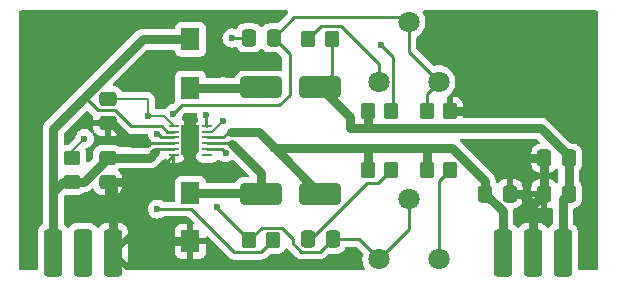
<source format=gtl>
%TF.GenerationSoftware,KiCad,Pcbnew,8.0.4*%
%TF.CreationDate,2025-01-04T18:22:50+00:00*%
%TF.ProjectId,r1283_power,72313238-335f-4706-9f77-65722e6b6963,rev?*%
%TF.SameCoordinates,Original*%
%TF.FileFunction,Copper,L1,Top*%
%TF.FilePolarity,Positive*%
%FSLAX46Y46*%
G04 Gerber Fmt 4.6, Leading zero omitted, Abs format (unit mm)*
G04 Created by KiCad (PCBNEW 8.0.4) date 2025-01-04 18:22:50*
%MOMM*%
%LPD*%
G01*
G04 APERTURE LIST*
G04 Aperture macros list*
%AMRoundRect*
0 Rectangle with rounded corners*
0 $1 Rounding radius*
0 $2 $3 $4 $5 $6 $7 $8 $9 X,Y pos of 4 corners*
0 Add a 4 corners polygon primitive as box body*
4,1,4,$2,$3,$4,$5,$6,$7,$8,$9,$2,$3,0*
0 Add four circle primitives for the rounded corners*
1,1,$1+$1,$2,$3*
1,1,$1+$1,$4,$5*
1,1,$1+$1,$6,$7*
1,1,$1+$1,$8,$9*
0 Add four rect primitives between the rounded corners*
20,1,$1+$1,$2,$3,$4,$5,0*
20,1,$1+$1,$4,$5,$6,$7,0*
20,1,$1+$1,$6,$7,$8,$9,0*
20,1,$1+$1,$8,$9,$2,$3,0*%
%AMOutline5P*
0 Free polygon, 5 corners , with rotation*
0 The origin of the aperture is its center*
0 number of corners: always 5*
0 $1 to $10 corner X, Y*
0 $11 Rotation angle, in degrees counterclockwise*
0 create outline with 5 corners*
4,1,5,$1,$2,$3,$4,$5,$6,$7,$8,$9,$10,$1,$2,$11*%
%AMOutline6P*
0 Free polygon, 6 corners , with rotation*
0 The origin of the aperture is its center*
0 number of corners: always 6*
0 $1 to $12 corner X, Y*
0 $13 Rotation angle, in degrees counterclockwise*
0 create outline with 6 corners*
4,1,6,$1,$2,$3,$4,$5,$6,$7,$8,$9,$10,$11,$12,$1,$2,$13*%
%AMOutline7P*
0 Free polygon, 7 corners , with rotation*
0 The origin of the aperture is its center*
0 number of corners: always 7*
0 $1 to $14 corner X, Y*
0 $15 Rotation angle, in degrees counterclockwise*
0 create outline with 7 corners*
4,1,7,$1,$2,$3,$4,$5,$6,$7,$8,$9,$10,$11,$12,$13,$14,$1,$2,$15*%
%AMOutline8P*
0 Free polygon, 8 corners , with rotation*
0 The origin of the aperture is its center*
0 number of corners: always 8*
0 $1 to $16 corner X, Y*
0 $17 Rotation angle, in degrees counterclockwise*
0 create outline with 8 corners*
4,1,8,$1,$2,$3,$4,$5,$6,$7,$8,$9,$10,$11,$12,$13,$14,$15,$16,$1,$2,$17*%
G04 Aperture macros list end*
%TA.AperFunction,HeatsinkPad*%
%ADD10Outline5P,-0.800000X0.930000X-0.480000X1.250000X0.800000X1.250000X0.800000X-1.250000X-0.800000X-1.250000X180.000000*%
%TD*%
%TA.AperFunction,SMDPad,CuDef*%
%ADD11RoundRect,0.062500X0.362500X0.062500X-0.362500X0.062500X-0.362500X-0.062500X0.362500X-0.062500X0*%
%TD*%
%TA.AperFunction,SMDPad,CuDef*%
%ADD12RoundRect,0.250000X1.500000X0.650000X-1.500000X0.650000X-1.500000X-0.650000X1.500000X-0.650000X0*%
%TD*%
%TA.AperFunction,SMDPad,CuDef*%
%ADD13RoundRect,0.250000X-0.350000X-0.450000X0.350000X-0.450000X0.350000X0.450000X-0.350000X0.450000X0*%
%TD*%
%TA.AperFunction,ComponentPad*%
%ADD14C,1.800000*%
%TD*%
%TA.AperFunction,SMDPad,CuDef*%
%ADD15RoundRect,0.250000X-0.475000X0.337500X-0.475000X-0.337500X0.475000X-0.337500X0.475000X0.337500X0*%
%TD*%
%TA.AperFunction,SMDPad,CuDef*%
%ADD16RoundRect,0.250000X0.350000X0.450000X-0.350000X0.450000X-0.350000X-0.450000X0.350000X-0.450000X0*%
%TD*%
%TA.AperFunction,SMDPad,CuDef*%
%ADD17RoundRect,0.250000X-1.500000X-0.650000X1.500000X-0.650000X1.500000X0.650000X-1.500000X0.650000X0*%
%TD*%
%TA.AperFunction,SMDPad,CuDef*%
%ADD18RoundRect,0.250000X0.450000X-0.350000X0.450000X0.350000X-0.450000X0.350000X-0.450000X-0.350000X0*%
%TD*%
%TA.AperFunction,SMDPad,CuDef*%
%ADD19R,1.600000X1.900000*%
%TD*%
%TA.AperFunction,SMDPad,CuDef*%
%ADD20RoundRect,0.250000X-0.337500X-0.475000X0.337500X-0.475000X0.337500X0.475000X-0.337500X0.475000X0*%
%TD*%
%TA.AperFunction,SMDPad,CuDef*%
%ADD21RoundRect,0.250000X0.337500X0.475000X-0.337500X0.475000X-0.337500X-0.475000X0.337500X-0.475000X0*%
%TD*%
%TA.AperFunction,ComponentPad*%
%ADD22RoundRect,0.250000X-0.500000X-1.750000X0.500000X-1.750000X0.500000X1.750000X-0.500000X1.750000X0*%
%TD*%
%TA.AperFunction,ComponentPad*%
%ADD23RoundRect,0.250000X0.500000X1.750000X-0.500000X1.750000X-0.500000X-1.750000X0.500000X-1.750000X0*%
%TD*%
%TA.AperFunction,ViaPad*%
%ADD24C,0.600000*%
%TD*%
%TA.AperFunction,Conductor*%
%ADD25C,0.750000*%
%TD*%
%TA.AperFunction,Conductor*%
%ADD26C,0.250000*%
%TD*%
%TA.AperFunction,Conductor*%
%ADD27C,0.200000*%
%TD*%
G04 APERTURE END LIST*
D10*
%TO.P,U1,EP,GND*%
%TO.N,GND1*%
X65000000Y-61500000D03*
D11*
%TO.P,U1,12,PGND*%
X63575000Y-62750000D03*
%TO.P,U1,11,PVcc*%
%TO.N,+5V*%
X63575000Y-62250000D03*
%TO.P,U1,10,GND*%
%TO.N,GND1*%
X63575000Y-61750000D03*
%TO.P,U1,9,Vfb1*%
%TO.N,Net-(U1-Vfb1)*%
X63575000Y-61250000D03*
%TO.P,U1,8,Vcc*%
%TO.N,+5V*%
X63575000Y-60750000D03*
%TO.P,U1,7,Vref*%
%TO.N,Net-(U1-Vref)*%
X63575000Y-60250000D03*
%TO.P,U1,6,Vfb2*%
%TO.N,Net-(U1-Vfb2)*%
X66425000Y-60250000D03*
%TO.P,U1,5,CE*%
%TO.N,/ENABLE*%
X66425000Y-60750000D03*
%TO.P,U1,4,VOutN*%
%TO.N,/VOUT_NEG*%
X66425000Y-61250000D03*
%TO.P,U1,3,Lx2*%
%TO.N,/Lx2*%
X66425000Y-61750000D03*
%TO.P,U1,2,Lx1*%
%TO.N,/Lx1*%
X66425000Y-62250000D03*
%TO.P,U1,1,NC*%
%TO.N,unconnected-(U1-NC-Pad1)*%
X66425000Y-62750000D03*
%TD*%
D12*
%TO.P,D1,2,A*%
%TO.N,/Lx1*%
X71000000Y-57000000D03*
%TO.P,D1,1,K*%
%TO.N,/VOUT_POS*%
X76000000Y-57000000D03*
%TD*%
D13*
%TO.P,R5,2*%
%TO.N,Net-(R5-Pad2)*%
X87000000Y-64000000D03*
%TO.P,R5,1*%
%TO.N,/VOUT_NEG*%
X85000000Y-64000000D03*
%TD*%
D14*
%TO.P,RV1,3,3*%
%TO.N,Net-(U1-Vfb1)*%
X86040000Y-56540000D03*
%TO.P,RV1,2,2*%
X83500000Y-51460000D03*
%TO.P,RV1,1,1*%
%TO.N,Net-(R1-Pad2)*%
X80960000Y-56540000D03*
%TD*%
D15*
%TO.P,C1,2*%
%TO.N,GND1*%
X58000000Y-65037500D03*
%TO.P,C1,1*%
%TO.N,+5V*%
X58000000Y-62962500D03*
%TD*%
D16*
%TO.P,R1,2*%
%TO.N,Net-(R1-Pad2)*%
X75000000Y-52900000D03*
%TO.P,R1,1*%
%TO.N,/VOUT_POS*%
X77000000Y-52900000D03*
%TD*%
D17*
%TO.P,D2,2,A*%
%TO.N,/VOUT_NEG*%
X76000000Y-66000000D03*
%TO.P,D2,1,K*%
%TO.N,/Lx2*%
X71000000Y-66000000D03*
%TD*%
D18*
%TO.P,R3,2*%
%TO.N,/ENABLE*%
X55000000Y-63000000D03*
%TO.P,R3,1*%
%TO.N,+5V*%
X55000000Y-65000000D03*
%TD*%
D19*
%TO.P,L2,2,2*%
%TO.N,GND1*%
X65000000Y-70050000D03*
%TO.P,L2,1,1*%
%TO.N,/Lx2*%
X65000000Y-65950000D03*
%TD*%
D13*
%TO.P,R4,2*%
%TO.N,GND1*%
X87000000Y-59000000D03*
%TO.P,R4,1*%
%TO.N,Net-(U1-Vfb1)*%
X85000000Y-59000000D03*
%TD*%
%TO.P,R7,2*%
%TO.N,Net-(U1-Vref)*%
X72000000Y-69940000D03*
%TO.P,R7,1*%
%TO.N,Net-(U1-Vfb2)*%
X70000000Y-69940000D03*
%TD*%
%TO.P,R6,2*%
%TO.N,Net-(C6-Pad1)*%
X82000000Y-64000000D03*
%TO.P,R6,1*%
%TO.N,/VOUT_NEG*%
X80000000Y-64000000D03*
%TD*%
D19*
%TO.P,L1,2,2*%
%TO.N,/Lx1*%
X65000000Y-57050000D03*
%TO.P,L1,1,1*%
%TO.N,+5V*%
X65000000Y-52950000D03*
%TD*%
D15*
%TO.P,C7,2*%
%TO.N,GND1*%
X58000000Y-60037500D03*
%TO.P,C7,1*%
%TO.N,Net-(U1-Vref)*%
X58000000Y-57962500D03*
%TD*%
D20*
%TO.P,C5,2*%
%TO.N,GND1*%
X92037500Y-66000000D03*
%TO.P,C5,1*%
%TO.N,/VOUT_NEG*%
X89962500Y-66000000D03*
%TD*%
%TO.P,C4,2*%
%TO.N,Net-(U1-Vfb1)*%
X72037500Y-52820000D03*
%TO.P,C4,1*%
%TO.N,Net-(C4-Pad1)*%
X69962500Y-52820000D03*
%TD*%
D14*
%TO.P,RV2,3,3*%
%TO.N,Net-(R5-Pad2)*%
X86040000Y-71540000D03*
%TO.P,RV2,2,2*%
%TO.N,Net-(U1-Vfb2)*%
X83500000Y-66460000D03*
%TO.P,RV2,1,1*%
X80960000Y-71540000D03*
%TD*%
D21*
%TO.P,C3,2*%
%TO.N,GND1*%
X94962500Y-66000000D03*
%TO.P,C3,1*%
%TO.N,/VOUT_POS*%
X97037500Y-66000000D03*
%TD*%
D13*
%TO.P,R2,2*%
%TO.N,Net-(C4-Pad1)*%
X82000000Y-59000000D03*
%TO.P,R2,1*%
%TO.N,/VOUT_POS*%
X80000000Y-59000000D03*
%TD*%
D21*
%TO.P,C2,2*%
%TO.N,GND1*%
X94962500Y-63000000D03*
%TO.P,C2,1*%
%TO.N,/VOUT_POS*%
X97037500Y-63000000D03*
%TD*%
D20*
%TO.P,C6,2*%
%TO.N,Net-(U1-Vfb2)*%
X77037500Y-69860000D03*
%TO.P,C6,1*%
%TO.N,Net-(C6-Pad1)*%
X74962500Y-69860000D03*
%TD*%
D22*
%TO.P,J7,3,Pin_3*%
%TO.N,GND1*%
X58440000Y-71000000D03*
%TO.P,J7,2,Pin_2*%
%TO.N,/ENABLE*%
X55900000Y-71000000D03*
%TO.P,J7,1,Pin_1*%
%TO.N,+5V*%
X53360000Y-71000000D03*
%TD*%
D23*
%TO.P,J6,3,Pin_3*%
%TO.N,/VOUT_NEG*%
X91460000Y-71000000D03*
%TO.P,J6,2,Pin_2*%
%TO.N,GND1*%
X94000000Y-71000000D03*
%TO.P,J6,1,Pin_1*%
%TO.N,/VOUT_POS*%
X96540000Y-71000000D03*
%TD*%
D24*
%TO.N,Net-(C4-Pad1)*%
X81130000Y-53420000D03*
X68520000Y-52830000D03*
%TO.N,Net-(U1-Vfb1)*%
X62210000Y-60980000D03*
X63570000Y-59230000D03*
%TO.N,Net-(U1-Vfb2)*%
X66350735Y-59359265D03*
X67270000Y-67150000D03*
%TO.N,Net-(U1-Vref)*%
X61400000Y-59460000D03*
X62200000Y-67310000D03*
%TO.N,/Lx1*%
X67770000Y-57030000D03*
X67980000Y-62530000D03*
%TO.N,/ENABLE*%
X56030000Y-61360000D03*
X67720000Y-59880000D03*
%TO.N,GND1*%
X96840000Y-57370000D03*
X89560000Y-62240000D03*
X55850000Y-54460000D03*
X52490000Y-57160000D03*
X60057500Y-65037500D03*
X89540000Y-58990000D03*
X59600000Y-61320000D03*
X93250000Y-54440000D03*
%TD*%
D25*
%TO.N,+5V*%
X61557500Y-62962500D02*
X58000000Y-62962500D01*
X55000000Y-65000000D02*
X54240000Y-65000000D01*
X53390000Y-70970000D02*
X53360000Y-71000000D01*
D26*
X58590810Y-58925000D02*
X57155000Y-58925000D01*
D25*
X62030000Y-62490000D02*
X61557500Y-62962500D01*
X60955636Y-52950000D02*
X65000000Y-52950000D01*
X53390000Y-65850000D02*
X53390000Y-70970000D01*
D26*
X63575000Y-62250000D02*
X62270000Y-62250000D01*
D25*
X55962500Y-65000000D02*
X58000000Y-62962500D01*
X55000000Y-65000000D02*
X55962500Y-65000000D01*
X53390000Y-60515636D02*
X53390000Y-65850000D01*
X54240000Y-65000000D02*
X53390000Y-65850000D01*
X56067818Y-57837818D02*
X53390000Y-60515636D01*
D26*
X63575000Y-60750000D02*
X63029548Y-60750000D01*
X62270000Y-62250000D02*
X62030000Y-62490000D01*
X63029548Y-60750000D02*
X62569548Y-60290000D01*
X59955810Y-60290000D02*
X58590810Y-58925000D01*
D25*
X56067818Y-57837818D02*
X60955636Y-52950000D01*
D26*
X57155000Y-58925000D02*
X56067818Y-57837818D01*
X62569548Y-60290000D02*
X59955810Y-60290000D01*
D25*
%TO.N,/VOUT_POS*%
X78550000Y-60470000D02*
X80010000Y-60470000D01*
X97040000Y-62842500D02*
X97037500Y-62840000D01*
X80000000Y-60460000D02*
X80010000Y-60470000D01*
X78520000Y-60440000D02*
X78550000Y-60470000D01*
D26*
X77000000Y-56000000D02*
X76000000Y-57000000D01*
D25*
X94667500Y-60470000D02*
X97037500Y-62840000D01*
X80000000Y-59000000D02*
X80000000Y-60460000D01*
X76000000Y-57000000D02*
X78520000Y-59520000D01*
X80010000Y-60470000D02*
X94667500Y-60470000D01*
D26*
X77000000Y-52900000D02*
X77000000Y-56000000D01*
D25*
X96540000Y-71000000D02*
X96540000Y-66497500D01*
X97037500Y-63000000D02*
X97037500Y-62840000D01*
X78520000Y-59520000D02*
X78520000Y-60440000D01*
X97037500Y-66000000D02*
X97037500Y-63000000D01*
X96540000Y-66497500D02*
X97037500Y-66000000D01*
D26*
%TO.N,Net-(C4-Pad1)*%
X68530000Y-52820000D02*
X68520000Y-52830000D01*
X69962500Y-52820000D02*
X68530000Y-52820000D01*
X68510000Y-52820000D02*
X68490000Y-52820000D01*
X82000000Y-59000000D02*
X82185000Y-58815000D01*
X68520000Y-52830000D02*
X68510000Y-52820000D01*
X82185000Y-58815000D02*
X82185000Y-54475000D01*
X82185000Y-54475000D02*
X81130000Y-53420000D01*
%TO.N,Net-(U1-Vfb1)*%
X72520810Y-58520000D02*
X73420000Y-57620810D01*
X62210000Y-60970000D02*
X62250000Y-61010000D01*
X63575000Y-61250000D02*
X62530000Y-61250000D01*
X63570000Y-59230000D02*
X64280000Y-58520000D01*
X83500000Y-54000000D02*
X83500000Y-51460000D01*
X83100000Y-51060000D02*
X73797500Y-51060000D01*
X62210000Y-60980000D02*
X62210000Y-60970000D01*
X73420000Y-57620810D02*
X73420000Y-54202500D01*
X73420000Y-54202500D02*
X72037500Y-52820000D01*
X73797500Y-51060000D02*
X72037500Y-52820000D01*
X85000000Y-57580000D02*
X86040000Y-56540000D01*
X83500000Y-51460000D02*
X83100000Y-51060000D01*
X62490000Y-61250000D02*
X62220000Y-60980000D01*
X86040000Y-56540000D02*
X83500000Y-54000000D01*
X85000000Y-59000000D02*
X85000000Y-57580000D01*
X64280000Y-58520000D02*
X72520810Y-58520000D01*
X62530000Y-61250000D02*
X62490000Y-61250000D01*
X62220000Y-60980000D02*
X62210000Y-60980000D01*
D25*
%TO.N,/VOUT_NEG*%
X91460000Y-67497500D02*
X89962500Y-66000000D01*
X70790000Y-60790000D02*
X68468148Y-60790000D01*
X79980000Y-62105000D02*
X84880000Y-62105000D01*
X85000000Y-64000000D02*
X85000000Y-62225000D01*
X76000000Y-66000000D02*
X71875000Y-61875000D01*
X80000000Y-62125000D02*
X79980000Y-62105000D01*
D26*
X66425000Y-61250000D02*
X67780000Y-61250000D01*
D25*
X89962500Y-64918136D02*
X89962500Y-66000000D01*
D26*
X67780000Y-61250000D02*
X68240000Y-60790000D01*
D25*
X71875000Y-61875000D02*
X70790000Y-60790000D01*
X80000000Y-64000000D02*
X80000000Y-62125000D01*
X71875000Y-61875000D02*
X72105000Y-62105000D01*
X85000000Y-62225000D02*
X84880000Y-62105000D01*
X84880000Y-62105000D02*
X87149364Y-62105000D01*
X91460000Y-71000000D02*
X91460000Y-67497500D01*
X87149364Y-62105000D02*
X89962500Y-64918136D01*
X72105000Y-62105000D02*
X79980000Y-62105000D01*
D26*
%TO.N,Net-(U1-Vfb2)*%
X73670000Y-70200100D02*
X73670000Y-69860000D01*
X73670000Y-69860000D02*
X72720000Y-68910000D01*
X71030000Y-68910000D02*
X70000000Y-69940000D01*
X83500000Y-66460000D02*
X83500000Y-69000000D01*
X67270000Y-67210000D02*
X70000000Y-69940000D01*
X67270000Y-67150000D02*
X67270000Y-67210000D01*
X83500000Y-69000000D02*
X80960000Y-71540000D01*
X66350735Y-59359265D02*
X66350735Y-60175735D01*
X66350735Y-60175735D02*
X66425000Y-60250000D01*
X77037500Y-69860000D02*
X79280000Y-69860000D01*
X75987500Y-70910000D02*
X74379900Y-70910000D01*
X72720000Y-68910000D02*
X71030000Y-68910000D01*
X74379900Y-70910000D02*
X73670000Y-70200100D01*
X79280000Y-69860000D02*
X80960000Y-71540000D01*
X77037500Y-69860000D02*
X75987500Y-70910000D01*
%TO.N,Net-(C6-Pad1)*%
X79965810Y-65075000D02*
X80925000Y-65075000D01*
X80925000Y-65075000D02*
X82000000Y-64000000D01*
X75180810Y-69860000D02*
X79965810Y-65075000D01*
X74962500Y-69860000D02*
X75180810Y-69860000D01*
%TO.N,Net-(U1-Vref)*%
X68721116Y-70965000D02*
X70975000Y-70965000D01*
X62200000Y-67310000D02*
X65066116Y-67310000D01*
D27*
X58000000Y-57962500D02*
X61287500Y-57962500D01*
D26*
X65066116Y-67310000D02*
X68721116Y-70965000D01*
D27*
X62795000Y-59470000D02*
X63575000Y-60250000D01*
X61400000Y-58075000D02*
X61400000Y-59460000D01*
D26*
X70975000Y-70965000D02*
X72000000Y-69940000D01*
D27*
X61287500Y-57962500D02*
X61400000Y-58075000D01*
X61400000Y-59460000D02*
X61400000Y-59470000D01*
X61400000Y-59470000D02*
X62795000Y-59470000D01*
D26*
%TO.N,/Lx1*%
X66425000Y-62250000D02*
X67700000Y-62250000D01*
D25*
X67750000Y-57050000D02*
X67770000Y-57030000D01*
X67790000Y-57050000D02*
X70950000Y-57050000D01*
X70950000Y-57050000D02*
X71000000Y-57000000D01*
X65000000Y-57050000D02*
X67750000Y-57050000D01*
D26*
X67700000Y-62250000D02*
X67980000Y-62530000D01*
D25*
X67770000Y-57030000D02*
X67790000Y-57050000D01*
%TO.N,/Lx2*%
X71000000Y-64241852D02*
X68559074Y-61800926D01*
X65000000Y-65950000D02*
X70950000Y-65950000D01*
D26*
X68490000Y-61750000D02*
X68550000Y-61810000D01*
D25*
X71000000Y-66000000D02*
X71000000Y-64241852D01*
D26*
X66425000Y-61750000D02*
X68490000Y-61750000D01*
D25*
X70950000Y-65950000D02*
X71000000Y-66000000D01*
D27*
%TO.N,/ENABLE*%
X67720000Y-59894386D02*
X66864386Y-60750000D01*
X66864386Y-60750000D02*
X66425000Y-60750000D01*
X55000000Y-62390000D02*
X56030000Y-61360000D01*
X55000000Y-63000000D02*
X55000000Y-62390000D01*
X67720000Y-59880000D02*
X67720000Y-59894386D01*
D26*
%TO.N,Net-(R1-Pad2)*%
X77715000Y-51825000D02*
X80960000Y-55070000D01*
X75000000Y-52900000D02*
X76075000Y-51825000D01*
X76075000Y-51825000D02*
X77715000Y-51825000D01*
X80960000Y-55070000D02*
X80960000Y-56540000D01*
%TO.N,Net-(R5-Pad2)*%
X86040000Y-64960000D02*
X87000000Y-64000000D01*
X86040000Y-71540000D02*
X86040000Y-64960000D01*
%TO.N,GND1*%
X63575000Y-62750000D02*
X62890000Y-63435000D01*
D25*
X59600000Y-61310000D02*
X59600000Y-61320000D01*
X93037500Y-66000000D02*
X94000000Y-66962500D01*
X58440000Y-66960000D02*
X58440000Y-65477500D01*
D26*
X62350660Y-61750000D02*
X62340660Y-61740000D01*
D25*
X94962500Y-66000000D02*
X94962500Y-63000000D01*
X94962500Y-63000000D02*
X90320000Y-63000000D01*
X58000000Y-60037500D02*
X58327500Y-60037500D01*
X58440000Y-70900000D02*
X58440000Y-66960000D01*
X58540000Y-71000000D02*
X58440000Y-70900000D01*
X94000000Y-71000000D02*
X94000000Y-66962500D01*
X90320000Y-63000000D02*
X89560000Y-62240000D01*
D26*
X63575000Y-61750000D02*
X62350660Y-61750000D01*
D25*
X59600000Y-61320000D02*
X59610000Y-61320000D01*
X92037500Y-66000000D02*
X93037500Y-66000000D01*
X59610000Y-61320000D02*
X60030000Y-61740000D01*
X65000000Y-70050000D02*
X61730000Y-70050000D01*
D26*
X62340660Y-61740000D02*
X61330000Y-61740000D01*
D25*
X60462500Y-65037500D02*
X61287500Y-65037500D01*
X87000000Y-59000000D02*
X89530000Y-59000000D01*
X61730000Y-70050000D02*
X59250000Y-67570000D01*
X58327500Y-60037500D02*
X59600000Y-61310000D01*
X89530000Y-59000000D02*
X89540000Y-58990000D01*
X58440000Y-65477500D02*
X58000000Y-65037500D01*
X59250000Y-67570000D02*
X58440000Y-67570000D01*
X94000000Y-66962500D02*
X94962500Y-66000000D01*
X60057500Y-65037500D02*
X58000000Y-65037500D01*
X60030000Y-61740000D02*
X61330000Y-61740000D01*
X60057500Y-65037500D02*
X60457500Y-65037500D01*
X61287500Y-65037500D02*
X62890000Y-63435000D01*
%TD*%
%TA.AperFunction,Conductor*%
%TO.N,GND1*%
G36*
X73240086Y-50520185D02*
G01*
X73285841Y-50572989D01*
X73295785Y-50642147D01*
X73266760Y-50705703D01*
X73260728Y-50712181D01*
X72414727Y-51558181D01*
X72353404Y-51591666D01*
X72327046Y-51594500D01*
X71649998Y-51594500D01*
X71649980Y-51594501D01*
X71547203Y-51605000D01*
X71547200Y-51605001D01*
X71380668Y-51660185D01*
X71380663Y-51660187D01*
X71231342Y-51752289D01*
X71107285Y-51876346D01*
X71105537Y-51879182D01*
X71103829Y-51880717D01*
X71102807Y-51882011D01*
X71102585Y-51881836D01*
X71053589Y-51925905D01*
X70984626Y-51937126D01*
X70920544Y-51909282D01*
X70894463Y-51879182D01*
X70892714Y-51876346D01*
X70768657Y-51752289D01*
X70768656Y-51752288D01*
X70619334Y-51660186D01*
X70452797Y-51605001D01*
X70452795Y-51605000D01*
X70350010Y-51594500D01*
X69574998Y-51594500D01*
X69574980Y-51594501D01*
X69472203Y-51605000D01*
X69472200Y-51605001D01*
X69305668Y-51660185D01*
X69305663Y-51660187D01*
X69156342Y-51752289D01*
X69032288Y-51876343D01*
X69032285Y-51876347D01*
X68940151Y-52025720D01*
X68888203Y-52072445D01*
X68819241Y-52083666D01*
X68793658Y-52077665D01*
X68699254Y-52044631D01*
X68699249Y-52044630D01*
X68520004Y-52024435D01*
X68519996Y-52024435D01*
X68340750Y-52044630D01*
X68340745Y-52044631D01*
X68170476Y-52104211D01*
X68017737Y-52200184D01*
X67890184Y-52327737D01*
X67794211Y-52480476D01*
X67734631Y-52650745D01*
X67734630Y-52650750D01*
X67714435Y-52829996D01*
X67714435Y-52830003D01*
X67734630Y-53009249D01*
X67734631Y-53009254D01*
X67794211Y-53179523D01*
X67862260Y-53287821D01*
X67890184Y-53332262D01*
X68017738Y-53459816D01*
X68170478Y-53555789D01*
X68236194Y-53578784D01*
X68340745Y-53615368D01*
X68340750Y-53615369D01*
X68519996Y-53635565D01*
X68520000Y-53635565D01*
X68520004Y-53635565D01*
X68699249Y-53615369D01*
X68699251Y-53615368D01*
X68699255Y-53615368D01*
X68803806Y-53578783D01*
X68873582Y-53575221D01*
X68934209Y-53609949D01*
X68950297Y-53630726D01*
X69032288Y-53763656D01*
X69156344Y-53887712D01*
X69305666Y-53979814D01*
X69472203Y-54034999D01*
X69574991Y-54045500D01*
X70350008Y-54045499D01*
X70350016Y-54045498D01*
X70350019Y-54045498D01*
X70406302Y-54039748D01*
X70452797Y-54034999D01*
X70619334Y-53979814D01*
X70768656Y-53887712D01*
X70892712Y-53763656D01*
X70894461Y-53760819D01*
X70896169Y-53759283D01*
X70897193Y-53757989D01*
X70897414Y-53758163D01*
X70946406Y-53714096D01*
X71015368Y-53702872D01*
X71079451Y-53730713D01*
X71105537Y-53760817D01*
X71107288Y-53763656D01*
X71231344Y-53887712D01*
X71380666Y-53979814D01*
X71547203Y-54034999D01*
X71649991Y-54045500D01*
X72327047Y-54045499D01*
X72394086Y-54065183D01*
X72414728Y-54081818D01*
X72758181Y-54425271D01*
X72791666Y-54486594D01*
X72794500Y-54512952D01*
X72794500Y-55487164D01*
X72774815Y-55554203D01*
X72722011Y-55599958D01*
X72657897Y-55610522D01*
X72550010Y-55599500D01*
X69449998Y-55599500D01*
X69449981Y-55599501D01*
X69347203Y-55610000D01*
X69347200Y-55610001D01*
X69180668Y-55665185D01*
X69180663Y-55665187D01*
X69031342Y-55757289D01*
X68907289Y-55881342D01*
X68815187Y-56030663D01*
X68815186Y-56030666D01*
X68797613Y-56083700D01*
X68795689Y-56089505D01*
X68755916Y-56146949D01*
X68691400Y-56173772D01*
X68677983Y-56174500D01*
X67968987Y-56174500D01*
X67944796Y-56172117D01*
X67890722Y-56161361D01*
X67856230Y-56154500D01*
X67856229Y-56154500D01*
X67683771Y-56154500D01*
X67683770Y-56154500D01*
X67649278Y-56161361D01*
X67595203Y-56172117D01*
X67571013Y-56174500D01*
X66424499Y-56174500D01*
X66357460Y-56154815D01*
X66311705Y-56102011D01*
X66301562Y-56055388D01*
X66300900Y-56055423D01*
X66300854Y-56055429D01*
X66300853Y-56055426D01*
X66300676Y-56055436D01*
X66300499Y-56052135D01*
X66300499Y-56052128D01*
X66294091Y-55992517D01*
X66252625Y-55881342D01*
X66243797Y-55857671D01*
X66243793Y-55857664D01*
X66157547Y-55742455D01*
X66157544Y-55742452D01*
X66042335Y-55656206D01*
X66042328Y-55656202D01*
X65907482Y-55605908D01*
X65907483Y-55605908D01*
X65847883Y-55599501D01*
X65847881Y-55599500D01*
X65847873Y-55599500D01*
X65847864Y-55599500D01*
X64152129Y-55599500D01*
X64152123Y-55599501D01*
X64092516Y-55605908D01*
X63957671Y-55656202D01*
X63957664Y-55656206D01*
X63842455Y-55742452D01*
X63842452Y-55742455D01*
X63756206Y-55857664D01*
X63756202Y-55857671D01*
X63705908Y-55992517D01*
X63701807Y-56030666D01*
X63699501Y-56052123D01*
X63699500Y-56052135D01*
X63699500Y-58047870D01*
X63699501Y-58047876D01*
X63705909Y-58107487D01*
X63707692Y-58115031D01*
X63706363Y-58115344D01*
X63710755Y-58176824D01*
X63677272Y-58238135D01*
X63511620Y-58403787D01*
X63450297Y-58437272D01*
X63437825Y-58439326D01*
X63390750Y-58444630D01*
X63220478Y-58504210D01*
X63067737Y-58600184D01*
X62940184Y-58727737D01*
X62887571Y-58811471D01*
X62835236Y-58857762D01*
X62782577Y-58869499D01*
X62708347Y-58869499D01*
X62708331Y-58869500D01*
X62124500Y-58869500D01*
X62057461Y-58849815D01*
X62011706Y-58797011D01*
X62000500Y-58745500D01*
X62000500Y-58164059D01*
X62000501Y-58164046D01*
X62000501Y-57995945D01*
X62000501Y-57995943D01*
X61959577Y-57843215D01*
X61920892Y-57776211D01*
X61880520Y-57706284D01*
X61768716Y-57594480D01*
X61768715Y-57594479D01*
X61764385Y-57590149D01*
X61764385Y-57590148D01*
X61764380Y-57590144D01*
X61656217Y-57481981D01*
X61656209Y-57481975D01*
X61560351Y-57426632D01*
X61560349Y-57426631D01*
X61519290Y-57402925D01*
X61519289Y-57402924D01*
X61499252Y-57397555D01*
X61366557Y-57361999D01*
X61208443Y-57361999D01*
X61200847Y-57361999D01*
X61200831Y-57362000D01*
X59263768Y-57362000D01*
X59196729Y-57342315D01*
X59158229Y-57303097D01*
X59146275Y-57283716D01*
X59067712Y-57156344D01*
X58943656Y-57032288D01*
X58794334Y-56940186D01*
X58627797Y-56885001D01*
X58627794Y-56885000D01*
X58552579Y-56877316D01*
X58487887Y-56850919D01*
X58447736Y-56793738D01*
X58444873Y-56723927D01*
X58477499Y-56666279D01*
X61281961Y-53861819D01*
X61343284Y-53828334D01*
X61369642Y-53825500D01*
X63575501Y-53825500D01*
X63642540Y-53845185D01*
X63688295Y-53897989D01*
X63698437Y-53944611D01*
X63699099Y-53944576D01*
X63699146Y-53944571D01*
X63699146Y-53944573D01*
X63699324Y-53944564D01*
X63699501Y-53947876D01*
X63705908Y-54007483D01*
X63756202Y-54142328D01*
X63756206Y-54142335D01*
X63842452Y-54257544D01*
X63842455Y-54257547D01*
X63957664Y-54343793D01*
X63957671Y-54343797D01*
X64092517Y-54394091D01*
X64092516Y-54394091D01*
X64099444Y-54394835D01*
X64152127Y-54400500D01*
X65847872Y-54400499D01*
X65907483Y-54394091D01*
X66042331Y-54343796D01*
X66157546Y-54257546D01*
X66243796Y-54142331D01*
X66294091Y-54007483D01*
X66300500Y-53947873D01*
X66300499Y-51952128D01*
X66294091Y-51892517D01*
X66290107Y-51881836D01*
X66243797Y-51757671D01*
X66243793Y-51757664D01*
X66157547Y-51642455D01*
X66157544Y-51642452D01*
X66042335Y-51556206D01*
X66042328Y-51556202D01*
X65907482Y-51505908D01*
X65907483Y-51505908D01*
X65847883Y-51499501D01*
X65847881Y-51499500D01*
X65847873Y-51499500D01*
X65847864Y-51499500D01*
X64152129Y-51499500D01*
X64152123Y-51499501D01*
X64092516Y-51505908D01*
X63957671Y-51556202D01*
X63957664Y-51556206D01*
X63842455Y-51642452D01*
X63842452Y-51642455D01*
X63756206Y-51757664D01*
X63756202Y-51757671D01*
X63705908Y-51892517D01*
X63699501Y-51952116D01*
X63699501Y-51952123D01*
X63699322Y-51955452D01*
X63698065Y-51955384D01*
X63679815Y-52017539D01*
X63627011Y-52063294D01*
X63575500Y-52074500D01*
X60869407Y-52074500D01*
X60835761Y-52081192D01*
X60835760Y-52081191D01*
X60700270Y-52108142D01*
X60700262Y-52108144D01*
X60645891Y-52130666D01*
X60540933Y-52174140D01*
X60540925Y-52174145D01*
X60466713Y-52223733D01*
X60466712Y-52223733D01*
X60397541Y-52269951D01*
X60397533Y-52269957D01*
X56674976Y-55992516D01*
X55509719Y-57157773D01*
X52831901Y-59835591D01*
X52787492Y-59880000D01*
X52709953Y-59957538D01*
X52614145Y-60100924D01*
X52614138Y-60100937D01*
X52548146Y-60260257D01*
X52548143Y-60260269D01*
X52514500Y-60429402D01*
X52514500Y-68512117D01*
X52494815Y-68579156D01*
X52455598Y-68617655D01*
X52391344Y-68657287D01*
X52267289Y-68781342D01*
X52175187Y-68930663D01*
X52175185Y-68930668D01*
X52166918Y-68955616D01*
X52120001Y-69097203D01*
X52120001Y-69097204D01*
X52120000Y-69097204D01*
X52109500Y-69199983D01*
X52109500Y-69199991D01*
X52109500Y-70999999D01*
X52109501Y-72376000D01*
X52089816Y-72443039D01*
X52037012Y-72488794D01*
X51985501Y-72500000D01*
X50624500Y-72500000D01*
X50557461Y-72480315D01*
X50511706Y-72427511D01*
X50500500Y-72376000D01*
X50500500Y-50624500D01*
X50520185Y-50557461D01*
X50572989Y-50511706D01*
X50624500Y-50500500D01*
X73173047Y-50500500D01*
X73240086Y-50520185D01*
G37*
%TD.AperFunction*%
%TA.AperFunction,Conductor*%
G36*
X65497538Y-59165185D02*
G01*
X65543293Y-59217989D01*
X65553719Y-59283383D01*
X65545170Y-59359260D01*
X65545170Y-59359268D01*
X65565365Y-59538514D01*
X65565368Y-59538527D01*
X65624944Y-59708783D01*
X65627968Y-59715063D01*
X65625410Y-59716294D01*
X65640933Y-59771236D01*
X65620564Y-59838070D01*
X65615317Y-59845451D01*
X65570720Y-59903571D01*
X65570719Y-59903573D01*
X65513991Y-60040527D01*
X65513990Y-60040529D01*
X65499500Y-60150598D01*
X65499500Y-60349403D01*
X65513989Y-60459468D01*
X65516094Y-60467322D01*
X65512814Y-60468200D01*
X65518581Y-60522073D01*
X65515517Y-60532522D01*
X65516095Y-60532677D01*
X65513990Y-60540529D01*
X65499500Y-60650598D01*
X65499500Y-60849403D01*
X65513989Y-60959468D01*
X65516094Y-60967322D01*
X65512814Y-60968200D01*
X65518581Y-61022073D01*
X65515517Y-61032522D01*
X65516095Y-61032677D01*
X65513990Y-61040529D01*
X65499500Y-61150598D01*
X65499500Y-61349403D01*
X65513989Y-61459468D01*
X65516094Y-61467322D01*
X65512814Y-61468200D01*
X65518581Y-61522073D01*
X65515517Y-61532522D01*
X65516095Y-61532677D01*
X65513990Y-61540529D01*
X65499500Y-61650598D01*
X65499500Y-61849403D01*
X65513989Y-61959468D01*
X65516094Y-61967322D01*
X65512814Y-61968200D01*
X65518581Y-62022073D01*
X65515517Y-62032522D01*
X65516095Y-62032677D01*
X65513990Y-62040529D01*
X65499500Y-62150598D01*
X65499500Y-62349403D01*
X65513989Y-62459468D01*
X65516094Y-62467322D01*
X65512814Y-62468200D01*
X65518581Y-62522073D01*
X65515517Y-62532522D01*
X65516095Y-62532677D01*
X65513990Y-62540529D01*
X65499500Y-62650598D01*
X65499500Y-62849403D01*
X65513988Y-62959463D01*
X65513991Y-62959472D01*
X65570615Y-63096175D01*
X65570721Y-63096429D01*
X65660964Y-63214036D01*
X65778571Y-63304279D01*
X65915528Y-63361009D01*
X66025599Y-63375500D01*
X66824400Y-63375499D01*
X66824403Y-63375499D01*
X66934463Y-63361011D01*
X66934467Y-63361009D01*
X66934472Y-63361009D01*
X67071429Y-63304279D01*
X67189036Y-63214036D01*
X67251850Y-63132174D01*
X67308274Y-63090974D01*
X67378020Y-63086819D01*
X67437904Y-63119982D01*
X67477738Y-63159816D01*
X67630478Y-63255789D01*
X67769057Y-63304280D01*
X67800745Y-63315368D01*
X67800750Y-63315369D01*
X67979996Y-63335565D01*
X67980000Y-63335565D01*
X67980004Y-63335565D01*
X68159249Y-63315369D01*
X68159252Y-63315368D01*
X68159255Y-63315368D01*
X68329522Y-63255789D01*
X68482262Y-63159816D01*
X68493360Y-63148718D01*
X68554683Y-63115233D01*
X68624375Y-63120217D01*
X68668722Y-63148718D01*
X69907823Y-64387819D01*
X69941308Y-64449142D01*
X69936324Y-64518834D01*
X69894452Y-64574767D01*
X69828988Y-64599184D01*
X69820142Y-64599500D01*
X69449998Y-64599500D01*
X69449980Y-64599501D01*
X69347203Y-64610000D01*
X69347200Y-64610001D01*
X69180668Y-64665185D01*
X69180663Y-64665187D01*
X69031342Y-64757289D01*
X68907289Y-64881342D01*
X68907288Y-64881344D01*
X68832861Y-65002011D01*
X68824481Y-65015597D01*
X68772533Y-65062321D01*
X68718942Y-65074500D01*
X66424499Y-65074500D01*
X66357460Y-65054815D01*
X66311705Y-65002011D01*
X66301562Y-64955388D01*
X66300900Y-64955423D01*
X66300854Y-64955429D01*
X66300853Y-64955426D01*
X66300676Y-64955436D01*
X66300499Y-64952135D01*
X66300499Y-64952128D01*
X66294091Y-64892517D01*
X66276167Y-64844461D01*
X66243797Y-64757671D01*
X66243793Y-64757664D01*
X66157547Y-64642455D01*
X66157544Y-64642452D01*
X66042335Y-64556206D01*
X66042328Y-64556202D01*
X65907482Y-64505908D01*
X65907483Y-64505908D01*
X65847883Y-64499501D01*
X65847881Y-64499500D01*
X65847873Y-64499500D01*
X65847864Y-64499500D01*
X64152129Y-64499500D01*
X64152123Y-64499501D01*
X64092516Y-64505908D01*
X63957671Y-64556202D01*
X63957664Y-64556206D01*
X63842455Y-64642452D01*
X63842452Y-64642455D01*
X63756206Y-64757664D01*
X63756202Y-64757671D01*
X63705908Y-64892517D01*
X63699501Y-64952116D01*
X63699500Y-64952127D01*
X63699500Y-65791151D01*
X63699501Y-66560500D01*
X63679816Y-66627539D01*
X63627013Y-66673294D01*
X63575501Y-66684500D01*
X62744855Y-66684500D01*
X62678883Y-66665494D01*
X62549523Y-66584211D01*
X62379254Y-66524631D01*
X62379249Y-66524630D01*
X62200004Y-66504435D01*
X62199996Y-66504435D01*
X62020750Y-66524630D01*
X62020745Y-66524631D01*
X61850476Y-66584211D01*
X61697737Y-66680184D01*
X61570184Y-66807737D01*
X61474211Y-66960476D01*
X61414631Y-67130745D01*
X61414630Y-67130750D01*
X61394435Y-67309996D01*
X61394435Y-67310003D01*
X61414630Y-67489249D01*
X61414631Y-67489254D01*
X61474211Y-67659523D01*
X61537109Y-67759624D01*
X61570184Y-67812262D01*
X61697738Y-67939816D01*
X61850478Y-68035789D01*
X62020745Y-68095368D01*
X62020750Y-68095369D01*
X62199996Y-68115565D01*
X62200000Y-68115565D01*
X62200004Y-68115565D01*
X62379249Y-68095369D01*
X62379252Y-68095368D01*
X62379255Y-68095368D01*
X62549522Y-68035789D01*
X62678883Y-67954505D01*
X62744855Y-67935500D01*
X64755664Y-67935500D01*
X64822703Y-67955185D01*
X64843345Y-67971819D01*
X65273082Y-68401556D01*
X65306567Y-68462879D01*
X65301583Y-68532571D01*
X65273082Y-68576918D01*
X65250000Y-68600000D01*
X65250000Y-69800000D01*
X66300000Y-69800000D01*
X66300000Y-69727836D01*
X66319685Y-69660797D01*
X66372489Y-69615042D01*
X66441647Y-69605098D01*
X66505203Y-69634123D01*
X66511673Y-69640148D01*
X66975077Y-70103552D01*
X68322379Y-71450855D01*
X68322382Y-71450857D01*
X68322383Y-71450858D01*
X68424831Y-71519312D01*
X68463911Y-71535499D01*
X68463912Y-71535500D01*
X68463913Y-71535500D01*
X68538664Y-71566463D01*
X68558713Y-71570451D01*
X68592312Y-71577134D01*
X68659508Y-71590501D01*
X68659510Y-71590501D01*
X68788837Y-71590501D01*
X68788857Y-71590500D01*
X71036607Y-71590500D01*
X71097029Y-71578481D01*
X71157452Y-71566463D01*
X71157455Y-71566461D01*
X71157458Y-71566461D01*
X71190787Y-71552654D01*
X71190786Y-71552654D01*
X71190792Y-71552652D01*
X71271286Y-71519312D01*
X71332524Y-71478393D01*
X71373733Y-71450858D01*
X71460858Y-71363733D01*
X71460859Y-71363730D01*
X71467925Y-71356665D01*
X71467928Y-71356661D01*
X71647771Y-71176818D01*
X71709094Y-71143333D01*
X71735452Y-71140499D01*
X72400002Y-71140499D01*
X72400008Y-71140499D01*
X72502797Y-71129999D01*
X72669334Y-71074814D01*
X72818656Y-70982712D01*
X72942712Y-70858656D01*
X73034814Y-70709334D01*
X73036248Y-70705004D01*
X73076018Y-70647561D01*
X73140533Y-70620736D01*
X73209309Y-70633049D01*
X73241635Y-70656327D01*
X73275586Y-70690278D01*
X73275608Y-70690298D01*
X73890916Y-71305606D01*
X73890945Y-71305637D01*
X73981163Y-71395855D01*
X73981167Y-71395858D01*
X74083607Y-71464307D01*
X74083616Y-71464312D01*
X74104639Y-71473020D01*
X74197448Y-71511463D01*
X74236904Y-71519311D01*
X74318291Y-71535499D01*
X74318292Y-71535500D01*
X74318293Y-71535500D01*
X76049108Y-71535500D01*
X76049108Y-71535499D01*
X76130496Y-71519311D01*
X76130497Y-71519311D01*
X76143890Y-71516646D01*
X76169952Y-71511463D01*
X76203292Y-71497652D01*
X76283786Y-71464312D01*
X76340304Y-71426547D01*
X76386233Y-71395858D01*
X76473358Y-71308733D01*
X76473359Y-71308731D01*
X76480425Y-71301665D01*
X76480428Y-71301661D01*
X76660271Y-71121818D01*
X76721594Y-71088333D01*
X76747952Y-71085499D01*
X77425002Y-71085499D01*
X77425008Y-71085499D01*
X77527797Y-71074999D01*
X77694334Y-71019814D01*
X77843656Y-70927712D01*
X77967712Y-70803656D01*
X78059814Y-70654334D01*
X78087595Y-70570495D01*
X78127368Y-70513051D01*
X78191884Y-70486228D01*
X78205301Y-70485500D01*
X78969548Y-70485500D01*
X79036587Y-70505185D01*
X79057229Y-70521819D01*
X79578650Y-71043240D01*
X79612135Y-71104563D01*
X79611175Y-71161361D01*
X79573866Y-71308690D01*
X79573864Y-71308702D01*
X79554700Y-71539993D01*
X79554700Y-71540006D01*
X79573864Y-71771297D01*
X79573866Y-71771308D01*
X79630842Y-71996300D01*
X79724075Y-72208848D01*
X79788971Y-72308179D01*
X79809158Y-72375068D01*
X79789978Y-72442254D01*
X79737520Y-72488404D01*
X79685162Y-72500000D01*
X59594456Y-72500000D01*
X59572042Y-72485595D01*
X58486447Y-71400000D01*
X58492661Y-71400000D01*
X58594394Y-71372741D01*
X58685606Y-71320080D01*
X58760080Y-71245606D01*
X58812741Y-71154394D01*
X58840000Y-71052661D01*
X58840000Y-71046448D01*
X59689998Y-71896446D01*
X59689999Y-71896445D01*
X59689999Y-71047844D01*
X63700000Y-71047844D01*
X63706401Y-71107372D01*
X63706403Y-71107379D01*
X63756645Y-71242086D01*
X63756649Y-71242093D01*
X63842809Y-71357187D01*
X63842812Y-71357190D01*
X63957906Y-71443350D01*
X63957913Y-71443354D01*
X64092620Y-71493596D01*
X64092627Y-71493598D01*
X64152155Y-71499999D01*
X64152172Y-71500000D01*
X64750000Y-71500000D01*
X65250000Y-71500000D01*
X65847828Y-71500000D01*
X65847844Y-71499999D01*
X65907372Y-71493598D01*
X65907379Y-71493596D01*
X66042086Y-71443354D01*
X66042093Y-71443350D01*
X66157187Y-71357190D01*
X66157190Y-71357187D01*
X66243350Y-71242093D01*
X66243354Y-71242086D01*
X66293596Y-71107379D01*
X66293598Y-71107372D01*
X66299999Y-71047844D01*
X66300000Y-71047827D01*
X66300000Y-70300000D01*
X65250000Y-70300000D01*
X65250000Y-71500000D01*
X64750000Y-71500000D01*
X64750000Y-70300000D01*
X63700000Y-70300000D01*
X63700000Y-71047844D01*
X59689999Y-71047844D01*
X59689999Y-70103553D01*
X59689998Y-70103552D01*
X58840000Y-70953551D01*
X58840000Y-70947339D01*
X58812741Y-70845606D01*
X58760080Y-70754394D01*
X58685606Y-70679920D01*
X58594394Y-70627259D01*
X58492661Y-70600000D01*
X58486447Y-70600000D01*
X59689998Y-69396447D01*
X59689999Y-69396446D01*
X59689999Y-69200028D01*
X59689998Y-69200013D01*
X59679505Y-69097302D01*
X59664545Y-69052155D01*
X63700000Y-69052155D01*
X63700000Y-69800000D01*
X64750000Y-69800000D01*
X64750000Y-68600000D01*
X64152155Y-68600000D01*
X64092627Y-68606401D01*
X64092620Y-68606403D01*
X63957913Y-68656645D01*
X63957906Y-68656649D01*
X63842812Y-68742809D01*
X63842809Y-68742812D01*
X63756649Y-68857906D01*
X63756645Y-68857913D01*
X63706403Y-68992620D01*
X63706401Y-68992627D01*
X63700000Y-69052155D01*
X59664545Y-69052155D01*
X59624358Y-68930880D01*
X59624356Y-68930875D01*
X59532315Y-68781654D01*
X59408345Y-68657684D01*
X59259124Y-68565643D01*
X59259119Y-68565641D01*
X59092697Y-68510494D01*
X59092690Y-68510493D01*
X58989980Y-68500000D01*
X57890028Y-68500000D01*
X57890012Y-68500001D01*
X57787302Y-68510494D01*
X57620880Y-68565641D01*
X57620875Y-68565643D01*
X57471654Y-68657684D01*
X57347683Y-68781655D01*
X57347680Y-68781659D01*
X57275831Y-68898144D01*
X57223883Y-68944869D01*
X57154920Y-68956090D01*
X57090838Y-68928247D01*
X57064754Y-68898144D01*
X57064461Y-68897669D01*
X56992712Y-68781344D01*
X56868656Y-68657288D01*
X56719334Y-68565186D01*
X56552797Y-68510001D01*
X56552795Y-68510000D01*
X56450010Y-68499500D01*
X55349998Y-68499500D01*
X55349980Y-68499501D01*
X55247203Y-68510000D01*
X55247200Y-68510001D01*
X55080668Y-68565185D01*
X55080663Y-68565187D01*
X54931342Y-68657289D01*
X54807289Y-68781342D01*
X54800538Y-68792288D01*
X54760065Y-68857906D01*
X54735539Y-68897669D01*
X54683591Y-68944393D01*
X54614628Y-68955616D01*
X54550546Y-68927772D01*
X54524461Y-68897669D01*
X54452712Y-68781344D01*
X54328656Y-68657288D01*
X54328655Y-68657287D01*
X54324402Y-68654664D01*
X54277678Y-68602715D01*
X54265500Y-68549126D01*
X54265500Y-66264006D01*
X54285185Y-66196967D01*
X54301819Y-66176325D01*
X54347319Y-66130825D01*
X54408642Y-66097340D01*
X54447603Y-66095148D01*
X54499991Y-66100500D01*
X55500008Y-66100499D01*
X55500016Y-66100498D01*
X55500019Y-66100498D01*
X55556302Y-66094748D01*
X55602797Y-66089999D01*
X55769334Y-66034814D01*
X55918656Y-65942712D01*
X55949549Y-65911819D01*
X56010872Y-65878334D01*
X56037230Y-65875500D01*
X56048731Y-65875500D01*
X56048732Y-65875499D01*
X56217874Y-65841855D01*
X56377205Y-65775858D01*
X56520599Y-65680045D01*
X56615330Y-65585313D01*
X56676651Y-65551829D01*
X56746342Y-65556813D01*
X56802276Y-65598684D01*
X56820715Y-65633989D01*
X56840640Y-65694116D01*
X56840643Y-65694124D01*
X56932684Y-65843345D01*
X57056654Y-65967315D01*
X57205875Y-66059356D01*
X57205880Y-66059358D01*
X57372302Y-66114505D01*
X57372309Y-66114506D01*
X57475019Y-66124999D01*
X57749999Y-66124999D01*
X58250000Y-66124999D01*
X58524972Y-66124999D01*
X58524986Y-66124998D01*
X58627697Y-66114505D01*
X58794119Y-66059358D01*
X58794124Y-66059356D01*
X58943345Y-65967315D01*
X59067315Y-65843345D01*
X59159356Y-65694124D01*
X59159358Y-65694119D01*
X59214505Y-65527697D01*
X59214506Y-65527690D01*
X59224999Y-65424986D01*
X59225000Y-65424973D01*
X59225000Y-65287500D01*
X58250000Y-65287500D01*
X58250000Y-66124999D01*
X57749999Y-66124999D01*
X57750000Y-66124998D01*
X57750000Y-64911500D01*
X57769685Y-64844461D01*
X57822489Y-64798706D01*
X57874000Y-64787500D01*
X59224999Y-64787500D01*
X59224999Y-64650028D01*
X59224998Y-64650013D01*
X59214505Y-64547302D01*
X59159358Y-64380880D01*
X59159356Y-64380875D01*
X59067315Y-64231654D01*
X58943344Y-64107683D01*
X58943341Y-64107681D01*
X58940339Y-64105829D01*
X58938713Y-64104021D01*
X58937677Y-64103202D01*
X58937817Y-64103024D01*
X58893617Y-64053880D01*
X58882397Y-63984917D01*
X58910243Y-63920836D01*
X58940344Y-63894754D01*
X58943656Y-63892712D01*
X58962049Y-63874319D01*
X59023372Y-63840834D01*
X59049730Y-63838000D01*
X61643731Y-63838000D01*
X61643732Y-63837999D01*
X61812874Y-63804355D01*
X61972205Y-63738358D01*
X62115599Y-63642545D01*
X62595481Y-63162662D01*
X62656799Y-63129181D01*
X62726490Y-63134165D01*
X62781532Y-63174860D01*
X62811318Y-63213677D01*
X62928824Y-63303843D01*
X63065658Y-63360521D01*
X63175622Y-63374999D01*
X63175637Y-63375000D01*
X63450000Y-63375000D01*
X63450000Y-62999500D01*
X63469685Y-62932461D01*
X63522489Y-62886706D01*
X63574000Y-62875500D01*
X63576000Y-62875500D01*
X63643039Y-62895185D01*
X63688794Y-62947989D01*
X63700000Y-62999500D01*
X63700000Y-63375000D01*
X63974363Y-63375000D01*
X63974377Y-63374999D01*
X64084341Y-63360521D01*
X64084342Y-63360521D01*
X64221175Y-63303843D01*
X64338679Y-63213679D01*
X64428843Y-63096175D01*
X64485521Y-62959342D01*
X64485521Y-62959340D01*
X64496626Y-62875000D01*
X64466971Y-62875000D01*
X64399932Y-62855315D01*
X64354177Y-62802511D01*
X64344233Y-62733353D01*
X64368603Y-62675503D01*
X64370138Y-62673503D01*
X64426571Y-62632306D01*
X64468506Y-62625000D01*
X64496626Y-62625000D01*
X64485521Y-62540659D01*
X64483418Y-62532807D01*
X64487041Y-62531835D01*
X64480919Y-62479884D01*
X64484495Y-62467484D01*
X64483905Y-62467326D01*
X64486008Y-62459475D01*
X64486008Y-62459474D01*
X64486009Y-62459472D01*
X64500500Y-62349401D01*
X64500499Y-62150600D01*
X64500499Y-62150598D01*
X64500499Y-62150596D01*
X64486011Y-62040536D01*
X64483906Y-62032682D01*
X64487007Y-62031850D01*
X64481128Y-61977382D01*
X64484147Y-61967389D01*
X64483418Y-61967194D01*
X64485521Y-61959342D01*
X64496626Y-61875000D01*
X64468506Y-61875000D01*
X64401467Y-61855315D01*
X64370115Y-61826466D01*
X64369348Y-61825466D01*
X64344167Y-61760292D01*
X64358219Y-61691850D01*
X64369348Y-61674534D01*
X64370115Y-61673534D01*
X64426534Y-61632319D01*
X64468506Y-61625000D01*
X64496626Y-61625000D01*
X64485521Y-61540659D01*
X64483418Y-61532807D01*
X64487041Y-61531835D01*
X64480919Y-61479884D01*
X64484495Y-61467484D01*
X64483905Y-61467326D01*
X64486008Y-61459475D01*
X64486008Y-61459474D01*
X64486009Y-61459472D01*
X64500500Y-61349401D01*
X64500499Y-61150600D01*
X64486009Y-61040528D01*
X64486008Y-61040525D01*
X64483905Y-61032674D01*
X64487207Y-61031789D01*
X64481392Y-60978075D01*
X64484501Y-60967485D01*
X64483905Y-60967326D01*
X64486008Y-60959475D01*
X64486008Y-60959474D01*
X64486009Y-60959472D01*
X64500500Y-60849401D01*
X64500499Y-60650600D01*
X64486009Y-60540528D01*
X64486008Y-60540525D01*
X64483905Y-60532674D01*
X64487207Y-60531789D01*
X64481392Y-60478075D01*
X64484501Y-60467485D01*
X64483905Y-60467326D01*
X64486008Y-60459475D01*
X64486008Y-60459474D01*
X64486009Y-60459472D01*
X64500500Y-60349401D01*
X64500499Y-60150600D01*
X64500499Y-60150598D01*
X64500499Y-60150596D01*
X64486011Y-60040536D01*
X64486009Y-60040529D01*
X64486009Y-60040528D01*
X64429279Y-59903571D01*
X64339036Y-59785964D01*
X64339034Y-59785962D01*
X64339033Y-59785961D01*
X64311919Y-59765156D01*
X64270716Y-59708728D01*
X64266562Y-59638982D01*
X64282414Y-59600807D01*
X64285787Y-59595439D01*
X64295789Y-59579522D01*
X64332709Y-59474011D01*
X64355366Y-59409262D01*
X64355367Y-59409257D01*
X64355368Y-59409255D01*
X64360672Y-59362174D01*
X64387737Y-59297764D01*
X64396201Y-59288389D01*
X64502773Y-59181818D01*
X64564096Y-59148334D01*
X64590453Y-59145500D01*
X65430499Y-59145500D01*
X65497538Y-59165185D01*
G37*
%TD.AperFunction*%
%TA.AperFunction,Conductor*%
G36*
X99442539Y-50520185D02*
G01*
X99488294Y-50572989D01*
X99499500Y-50624500D01*
X99499500Y-72376000D01*
X99479815Y-72443039D01*
X99427011Y-72488794D01*
X99375500Y-72500000D01*
X97914500Y-72500000D01*
X97847461Y-72480315D01*
X97801706Y-72427511D01*
X97790500Y-72376000D01*
X97790499Y-69199998D01*
X97790498Y-69199981D01*
X97779999Y-69097203D01*
X97779998Y-69097200D01*
X97769548Y-69065663D01*
X97724814Y-68930666D01*
X97632712Y-68781344D01*
X97508656Y-68657288D01*
X97508653Y-68657285D01*
X97474401Y-68636158D01*
X97427678Y-68584210D01*
X97415500Y-68530621D01*
X97415500Y-67338448D01*
X97435185Y-67271409D01*
X97487989Y-67225654D01*
X97521227Y-67216631D01*
X97521181Y-67216415D01*
X97525171Y-67215560D01*
X97526906Y-67215089D01*
X97527797Y-67214999D01*
X97694334Y-67159814D01*
X97843656Y-67067712D01*
X97967712Y-66943656D01*
X98059814Y-66794334D01*
X98114999Y-66627797D01*
X98125500Y-66525009D01*
X98125499Y-65474992D01*
X98125370Y-65473733D01*
X98114999Y-65372203D01*
X98114998Y-65372200D01*
X98098127Y-65321288D01*
X98059814Y-65205666D01*
X97967712Y-65056344D01*
X97949319Y-65037951D01*
X97915834Y-64976628D01*
X97913000Y-64950270D01*
X97913000Y-64049730D01*
X97932685Y-63982691D01*
X97949319Y-63962049D01*
X97967712Y-63943656D01*
X98059814Y-63794334D01*
X98114999Y-63627797D01*
X98125500Y-63525009D01*
X98125499Y-62474992D01*
X98114999Y-62372203D01*
X98059814Y-62205666D01*
X97967712Y-62056344D01*
X97843656Y-61932288D01*
X97718862Y-61855315D01*
X97694336Y-61840187D01*
X97694331Y-61840185D01*
X97692862Y-61839698D01*
X97527797Y-61785001D01*
X97527795Y-61785000D01*
X97425016Y-61774500D01*
X97425009Y-61774500D01*
X97261506Y-61774500D01*
X97194467Y-61754815D01*
X97173825Y-61738181D01*
X95225602Y-59789957D01*
X95225598Y-59789954D01*
X95082211Y-59694145D01*
X95082198Y-59694138D01*
X94922878Y-59628146D01*
X94922866Y-59628143D01*
X94753732Y-59594500D01*
X94753729Y-59594500D01*
X88224000Y-59594500D01*
X88156961Y-59574815D01*
X88111206Y-59522011D01*
X88100000Y-59470500D01*
X88100000Y-59250000D01*
X86874000Y-59250000D01*
X86806961Y-59230315D01*
X86761206Y-59177511D01*
X86750000Y-59126000D01*
X86750000Y-58750000D01*
X87250000Y-58750000D01*
X88099999Y-58750000D01*
X88099999Y-58500028D01*
X88099998Y-58500013D01*
X88089505Y-58397302D01*
X88034358Y-58230880D01*
X88034356Y-58230875D01*
X87942315Y-58081654D01*
X87818345Y-57957684D01*
X87669124Y-57865643D01*
X87669119Y-57865641D01*
X87502697Y-57810494D01*
X87502690Y-57810493D01*
X87399986Y-57800000D01*
X87250000Y-57800000D01*
X87250000Y-58750000D01*
X86750000Y-58750000D01*
X86750000Y-57821877D01*
X86769685Y-57754838D01*
X86804606Y-57719655D01*
X86804579Y-57719621D01*
X86804849Y-57719410D01*
X86806190Y-57718060D01*
X86808609Y-57716479D01*
X86808626Y-57716470D01*
X86821711Y-57706286D01*
X86966251Y-57593786D01*
X86991784Y-57573913D01*
X87148979Y-57403153D01*
X87275924Y-57208849D01*
X87369157Y-56996300D01*
X87426134Y-56771305D01*
X87445300Y-56540000D01*
X87445300Y-56539993D01*
X87426135Y-56308702D01*
X87426133Y-56308691D01*
X87369157Y-56083699D01*
X87275924Y-55871151D01*
X87148983Y-55676852D01*
X87148980Y-55676849D01*
X87148979Y-55676847D01*
X86991784Y-55506087D01*
X86991779Y-55506083D01*
X86991777Y-55506081D01*
X86808634Y-55363535D01*
X86808628Y-55363531D01*
X86604504Y-55253064D01*
X86604495Y-55253061D01*
X86384984Y-55177702D01*
X86213282Y-55149050D01*
X86156049Y-55139500D01*
X85923951Y-55139500D01*
X85885795Y-55145867D01*
X85695014Y-55177702D01*
X85669419Y-55186489D01*
X85599620Y-55189637D01*
X85541478Y-55156888D01*
X84161819Y-53777228D01*
X84128334Y-53715905D01*
X84125500Y-53689547D01*
X84125500Y-52787814D01*
X84145185Y-52720775D01*
X84190483Y-52678759D01*
X84210452Y-52667952D01*
X84268626Y-52636470D01*
X84270988Y-52634632D01*
X84340831Y-52580271D01*
X84451784Y-52493913D01*
X84608979Y-52323153D01*
X84735924Y-52128849D01*
X84829157Y-51916300D01*
X84886134Y-51691305D01*
X84886615Y-51685500D01*
X84905300Y-51460006D01*
X84905300Y-51459993D01*
X84886135Y-51228702D01*
X84886133Y-51228691D01*
X84829157Y-51003699D01*
X84735924Y-50791151D01*
X84671356Y-50692321D01*
X84651168Y-50625431D01*
X84670349Y-50558246D01*
X84722808Y-50512096D01*
X84775165Y-50500500D01*
X99375500Y-50500500D01*
X99442539Y-50520185D01*
G37*
%TD.AperFunction*%
%TA.AperFunction,Conductor*%
G36*
X94320533Y-61365185D02*
G01*
X94341175Y-61381819D01*
X94535583Y-61576227D01*
X94569068Y-61637550D01*
X94564084Y-61707242D01*
X94522212Y-61763175D01*
X94478610Y-61783000D01*
X94478731Y-61783364D01*
X94475335Y-61784489D01*
X94473858Y-61785161D01*
X94472304Y-61785493D01*
X94305880Y-61840641D01*
X94305875Y-61840643D01*
X94156654Y-61932684D01*
X94032684Y-62056654D01*
X93940643Y-62205875D01*
X93940641Y-62205880D01*
X93885494Y-62372302D01*
X93885493Y-62372309D01*
X93875000Y-62475013D01*
X93875000Y-62750000D01*
X95088500Y-62750000D01*
X95155539Y-62769685D01*
X95201294Y-62822489D01*
X95212500Y-62874000D01*
X95212500Y-64224999D01*
X95349972Y-64224999D01*
X95349986Y-64224998D01*
X95452697Y-64214505D01*
X95619119Y-64159358D01*
X95619124Y-64159356D01*
X95768345Y-64067315D01*
X95892318Y-63943342D01*
X95894165Y-63940348D01*
X95895969Y-63938724D01*
X95896798Y-63937677D01*
X95896976Y-63937818D01*
X95946110Y-63893621D01*
X96015073Y-63882396D01*
X96079156Y-63910236D01*
X96105243Y-63940341D01*
X96107288Y-63943656D01*
X96107289Y-63943657D01*
X96125681Y-63962049D01*
X96159166Y-64023372D01*
X96162000Y-64049730D01*
X96162000Y-64950270D01*
X96142315Y-65017309D01*
X96125681Y-65037951D01*
X96107288Y-65056343D01*
X96107283Y-65056349D01*
X96105241Y-65059661D01*
X96103247Y-65061453D01*
X96102807Y-65062011D01*
X96102711Y-65061935D01*
X96053291Y-65106383D01*
X95984328Y-65117602D01*
X95920247Y-65089755D01*
X95894168Y-65059656D01*
X95892319Y-65056659D01*
X95892316Y-65056655D01*
X95768345Y-64932684D01*
X95619124Y-64840643D01*
X95619119Y-64840641D01*
X95452697Y-64785494D01*
X95452690Y-64785493D01*
X95349986Y-64775000D01*
X95212500Y-64775000D01*
X95212500Y-67224999D01*
X95349972Y-67224999D01*
X95349986Y-67224998D01*
X95452695Y-67214506D01*
X95501495Y-67198335D01*
X95571323Y-67195933D01*
X95631366Y-67231664D01*
X95662559Y-67294184D01*
X95664500Y-67316041D01*
X95664500Y-68530621D01*
X95644815Y-68597660D01*
X95605599Y-68636158D01*
X95571346Y-68657285D01*
X95447288Y-68781343D01*
X95447285Y-68781347D01*
X95375244Y-68898144D01*
X95323296Y-68944869D01*
X95254334Y-68956090D01*
X95190252Y-68928247D01*
X95164167Y-68898144D01*
X95092315Y-68781654D01*
X94968345Y-68657684D01*
X94819124Y-68565643D01*
X94819119Y-68565641D01*
X94652697Y-68510494D01*
X94652690Y-68510493D01*
X94549980Y-68500000D01*
X93450028Y-68500000D01*
X93450012Y-68500001D01*
X93347302Y-68510494D01*
X93180880Y-68565641D01*
X93180875Y-68565643D01*
X93031654Y-68657684D01*
X92907683Y-68781655D01*
X92907680Y-68781659D01*
X92835831Y-68898144D01*
X92783883Y-68944869D01*
X92714920Y-68956090D01*
X92650838Y-68928247D01*
X92624754Y-68898144D01*
X92624461Y-68897669D01*
X92552712Y-68781344D01*
X92428656Y-68657288D01*
X92428653Y-68657285D01*
X92394401Y-68636158D01*
X92347678Y-68584210D01*
X92335500Y-68530621D01*
X92335500Y-67411268D01*
X92327562Y-67371364D01*
X92333789Y-67301773D01*
X92376651Y-67246595D01*
X92436578Y-67223814D01*
X92527696Y-67214506D01*
X92694119Y-67159358D01*
X92694124Y-67159356D01*
X92843345Y-67067315D01*
X92967315Y-66943345D01*
X93059356Y-66794124D01*
X93059358Y-66794119D01*
X93114505Y-66627697D01*
X93114506Y-66627690D01*
X93124999Y-66524986D01*
X93875001Y-66524986D01*
X93885494Y-66627697D01*
X93940641Y-66794119D01*
X93940643Y-66794124D01*
X94032684Y-66943345D01*
X94156654Y-67067315D01*
X94305875Y-67159356D01*
X94305880Y-67159358D01*
X94472302Y-67214505D01*
X94472309Y-67214506D01*
X94575019Y-67224999D01*
X94712499Y-67224999D01*
X94712500Y-67224998D01*
X94712500Y-66250000D01*
X93875001Y-66250000D01*
X93875001Y-66524986D01*
X93124999Y-66524986D01*
X93125000Y-66524973D01*
X93125000Y-66250000D01*
X91911500Y-66250000D01*
X91844461Y-66230315D01*
X91798706Y-66177511D01*
X91787500Y-66126000D01*
X91787500Y-65750000D01*
X92287500Y-65750000D01*
X93124999Y-65750000D01*
X93124999Y-65475028D01*
X93124998Y-65475013D01*
X93875000Y-65475013D01*
X93875000Y-65750000D01*
X94712500Y-65750000D01*
X94712500Y-64775000D01*
X94575027Y-64775000D01*
X94575012Y-64775001D01*
X94472302Y-64785494D01*
X94305880Y-64840641D01*
X94305875Y-64840643D01*
X94156654Y-64932684D01*
X94032684Y-65056654D01*
X93940643Y-65205875D01*
X93940641Y-65205880D01*
X93885494Y-65372302D01*
X93885493Y-65372309D01*
X93875000Y-65475013D01*
X93124998Y-65475013D01*
X93114505Y-65372302D01*
X93059358Y-65205880D01*
X93059356Y-65205875D01*
X92967315Y-65056654D01*
X92843345Y-64932684D01*
X92694124Y-64840643D01*
X92694119Y-64840641D01*
X92527697Y-64785494D01*
X92527690Y-64785493D01*
X92424986Y-64775000D01*
X92287500Y-64775000D01*
X92287500Y-65750000D01*
X91787500Y-65750000D01*
X91787500Y-64775000D01*
X91650027Y-64775000D01*
X91650012Y-64775001D01*
X91547302Y-64785494D01*
X91380880Y-64840641D01*
X91380875Y-64840643D01*
X91231654Y-64932684D01*
X91107683Y-65056655D01*
X91107679Y-65056660D01*
X91105826Y-65059665D01*
X91104018Y-65061290D01*
X91103202Y-65062323D01*
X91103025Y-65062183D01*
X91053874Y-65106385D01*
X90984911Y-65117601D01*
X90920831Y-65089752D01*
X90894753Y-65059653D01*
X90894659Y-65059500D01*
X90892712Y-65056344D01*
X90874319Y-65037951D01*
X90840834Y-64976628D01*
X90838000Y-64950270D01*
X90838000Y-64831904D01*
X90837999Y-64831902D01*
X90826681Y-64775001D01*
X90804355Y-64662762D01*
X90804353Y-64662757D01*
X90738361Y-64503437D01*
X90738354Y-64503424D01*
X90642546Y-64360038D01*
X90642545Y-64360037D01*
X90520599Y-64238091D01*
X89807494Y-63524986D01*
X93875001Y-63524986D01*
X93885494Y-63627697D01*
X93940641Y-63794119D01*
X93940643Y-63794124D01*
X94032684Y-63943345D01*
X94156654Y-64067315D01*
X94305875Y-64159356D01*
X94305880Y-64159358D01*
X94472302Y-64214505D01*
X94472309Y-64214506D01*
X94575019Y-64224999D01*
X94712499Y-64224999D01*
X94712500Y-64224998D01*
X94712500Y-63250000D01*
X93875001Y-63250000D01*
X93875001Y-63524986D01*
X89807494Y-63524986D01*
X89181001Y-62898493D01*
X87839690Y-61557181D01*
X87806205Y-61495858D01*
X87811189Y-61426166D01*
X87853061Y-61370233D01*
X87918525Y-61345816D01*
X87927371Y-61345500D01*
X94253494Y-61345500D01*
X94320533Y-61365185D01*
G37*
%TD.AperFunction*%
%TA.AperFunction,Conductor*%
G36*
X56287927Y-58958365D02*
G01*
X56332274Y-58986866D01*
X56758096Y-59412688D01*
X56791581Y-59474011D01*
X56788123Y-59539367D01*
X56785494Y-59547301D01*
X56775000Y-59650013D01*
X56775000Y-59787500D01*
X58126000Y-59787500D01*
X58193039Y-59807185D01*
X58238794Y-59859989D01*
X58250000Y-59911500D01*
X58250000Y-61124999D01*
X58524972Y-61124999D01*
X58524986Y-61124998D01*
X58627697Y-61114505D01*
X58794119Y-61059358D01*
X58794124Y-61059356D01*
X58943345Y-60967315D01*
X59067315Y-60843345D01*
X59159356Y-60694124D01*
X59159356Y-60694122D01*
X59174767Y-60647615D01*
X59214539Y-60590170D01*
X59279054Y-60563345D01*
X59347830Y-60575659D01*
X59380155Y-60598936D01*
X59557073Y-60775855D01*
X59557077Y-60775858D01*
X59659522Y-60844310D01*
X59659521Y-60844310D01*
X59659523Y-60844311D01*
X59659525Y-60844312D01*
X59691937Y-60857737D01*
X59691938Y-60857738D01*
X59691939Y-60857738D01*
X59773358Y-60891463D01*
X59793407Y-60895451D01*
X59827006Y-60902134D01*
X59894202Y-60915501D01*
X59894204Y-60915501D01*
X60023531Y-60915501D01*
X60023551Y-60915500D01*
X61286354Y-60915500D01*
X61353393Y-60935185D01*
X61399148Y-60987989D01*
X61409574Y-61025616D01*
X61424630Y-61159250D01*
X61424631Y-61159254D01*
X61484211Y-61329523D01*
X61580184Y-61482262D01*
X61626409Y-61528487D01*
X61659894Y-61589810D01*
X61654910Y-61659502D01*
X61613038Y-61715435D01*
X61607619Y-61719270D01*
X61471901Y-61809954D01*
X61471897Y-61809957D01*
X61231175Y-62050681D01*
X61169852Y-62084166D01*
X61143494Y-62087000D01*
X59049730Y-62087000D01*
X58982691Y-62067315D01*
X58962049Y-62050681D01*
X58943657Y-62032289D01*
X58943656Y-62032288D01*
X58825391Y-61959342D01*
X58794336Y-61940187D01*
X58794331Y-61940185D01*
X58792862Y-61939698D01*
X58627797Y-61885001D01*
X58627795Y-61885000D01*
X58525010Y-61874500D01*
X57474998Y-61874500D01*
X57474980Y-61874501D01*
X57372203Y-61885000D01*
X57372200Y-61885001D01*
X57205668Y-61940185D01*
X57205663Y-61940187D01*
X57056342Y-62032289D01*
X56932289Y-62156342D01*
X56840187Y-62305663D01*
X56840185Y-62305668D01*
X56825693Y-62349403D01*
X56785001Y-62472203D01*
X56785001Y-62472204D01*
X56785000Y-62472204D01*
X56774500Y-62574983D01*
X56774500Y-62898493D01*
X56754815Y-62965532D01*
X56738181Y-62986174D01*
X56412180Y-63312174D01*
X56350857Y-63345659D01*
X56281165Y-63340675D01*
X56225232Y-63298803D01*
X56200815Y-63233339D01*
X56200499Y-63224514D01*
X56200499Y-62599992D01*
X56192539Y-62522073D01*
X56189999Y-62497203D01*
X56189998Y-62497200D01*
X56148613Y-62372309D01*
X56134814Y-62330666D01*
X56134752Y-62330565D01*
X56134732Y-62330491D01*
X56131760Y-62324118D01*
X56132849Y-62323610D01*
X56116314Y-62263172D01*
X56137239Y-62196509D01*
X56190883Y-62151741D01*
X56202745Y-62147849D01*
X56202682Y-62147668D01*
X56209255Y-62145368D01*
X56379522Y-62085789D01*
X56532262Y-61989816D01*
X56659816Y-61862262D01*
X56755789Y-61709522D01*
X56815368Y-61539255D01*
X56816204Y-61531835D01*
X56835565Y-61360003D01*
X56835565Y-61359996D01*
X56815369Y-61180750D01*
X56815368Y-61180745D01*
X56807848Y-61159254D01*
X56755789Y-61010478D01*
X56755787Y-61010475D01*
X56755787Y-61010474D01*
X56752870Y-61004416D01*
X56741516Y-60935475D01*
X56769237Y-60871340D01*
X56770798Y-60870290D01*
X56712671Y-60877547D01*
X56649667Y-60847345D01*
X56644918Y-60842840D01*
X56532262Y-60730184D01*
X56379523Y-60634211D01*
X56209254Y-60574631D01*
X56209249Y-60574630D01*
X56030004Y-60554435D01*
X56029996Y-60554435D01*
X55850750Y-60574630D01*
X55850745Y-60574631D01*
X55680476Y-60634211D01*
X55527737Y-60730184D01*
X55433794Y-60824128D01*
X55400184Y-60857738D01*
X55363890Y-60915500D01*
X55304210Y-61010478D01*
X55244630Y-61180750D01*
X55234837Y-61267668D01*
X55207770Y-61332082D01*
X55199298Y-61341465D01*
X54677582Y-61863181D01*
X54616259Y-61896666D01*
X54589902Y-61899500D01*
X54499999Y-61899500D01*
X54499980Y-61899501D01*
X54402101Y-61909500D01*
X54333408Y-61896730D01*
X54282524Y-61848849D01*
X54265500Y-61786142D01*
X54265500Y-60929641D01*
X54285185Y-60862602D01*
X54301814Y-60841965D01*
X54718793Y-60424986D01*
X56775001Y-60424986D01*
X56785494Y-60527697D01*
X56840641Y-60694119D01*
X56843696Y-60700670D01*
X56841342Y-60701767D01*
X56856578Y-60757466D01*
X56835649Y-60824128D01*
X56819716Y-60837423D01*
X56827232Y-60832373D01*
X56897087Y-60830946D01*
X56952270Y-60862931D01*
X57056654Y-60967315D01*
X57205875Y-61059356D01*
X57205880Y-61059358D01*
X57372302Y-61114505D01*
X57372309Y-61114506D01*
X57475019Y-61124999D01*
X57749999Y-61124999D01*
X57750000Y-61124998D01*
X57750000Y-60287500D01*
X56775001Y-60287500D01*
X56775001Y-60424986D01*
X54718793Y-60424986D01*
X56156914Y-58986864D01*
X56218235Y-58953381D01*
X56287927Y-58958365D01*
G37*
%TD.AperFunction*%
%TD*%
M02*

</source>
